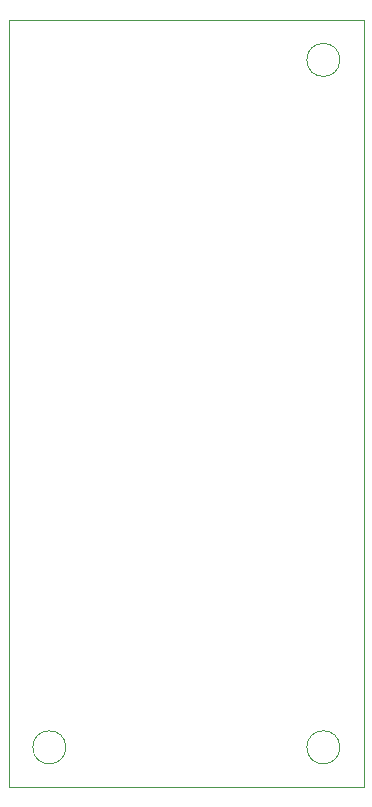
<source format=gbr>
%TF.GenerationSoftware,KiCad,Pcbnew,9.0.1*%
%TF.CreationDate,2025-11-14T14:34:29-05:00*%
%TF.ProjectId,Drone-Flight-Controller,44726f6e-652d-4466-9c69-6768742d436f,rev?*%
%TF.SameCoordinates,Original*%
%TF.FileFunction,Profile,NP*%
%FSLAX46Y46*%
G04 Gerber Fmt 4.6, Leading zero omitted, Abs format (unit mm)*
G04 Created by KiCad (PCBNEW 9.0.1) date 2025-11-14 14:34:29*
%MOMM*%
%LPD*%
G01*
G04 APERTURE LIST*
%TA.AperFunction,Profile*%
%ADD10C,0.050000*%
%TD*%
G04 APERTURE END LIST*
D10*
X40200000Y-15600000D02*
G75*
G02*
X37400000Y-15600000I-1400000J0D01*
G01*
X37400000Y-15600000D02*
G75*
G02*
X40200000Y-15600000I1400000J0D01*
G01*
X17000000Y-73800000D02*
G75*
G02*
X14200000Y-73800000I-1400000J0D01*
G01*
X14200000Y-73800000D02*
G75*
G02*
X17000000Y-73800000I1400000J0D01*
G01*
X12200000Y-12200000D02*
X42200000Y-12200000D01*
X42200000Y-77200000D01*
X12200000Y-77200000D01*
X12200000Y-12200000D01*
X40200000Y-73800000D02*
G75*
G02*
X37400000Y-73800000I-1400000J0D01*
G01*
X37400000Y-73800000D02*
G75*
G02*
X40200000Y-73800000I1400000J0D01*
G01*
M02*

</source>
